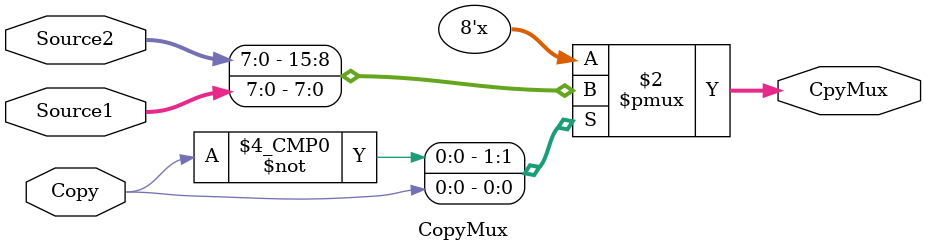
<source format=sv>
/* Filename: CopyMux.sv
 * Authors: Luke Rohrer, Max Zhao, Josh Robertson
 * Date: 5/11/18
 * Description: This file contains the the plumbing module for CopyMux
*/

module CopyMux (
  input [7:0] Source1,
  input [7:0] Source2,
  input Copy,
  output logic [7:0] CpyMux
  );

  // Always do this Combinationally
  always_comb begin
    case(Copy)

      // Select Source2 (BrMux2)
      0 : CpyMux = Source2;

      // Select Source1 (0)
      1 : CpyMux = Source1;

    endcase
  end
endmodule

</source>
